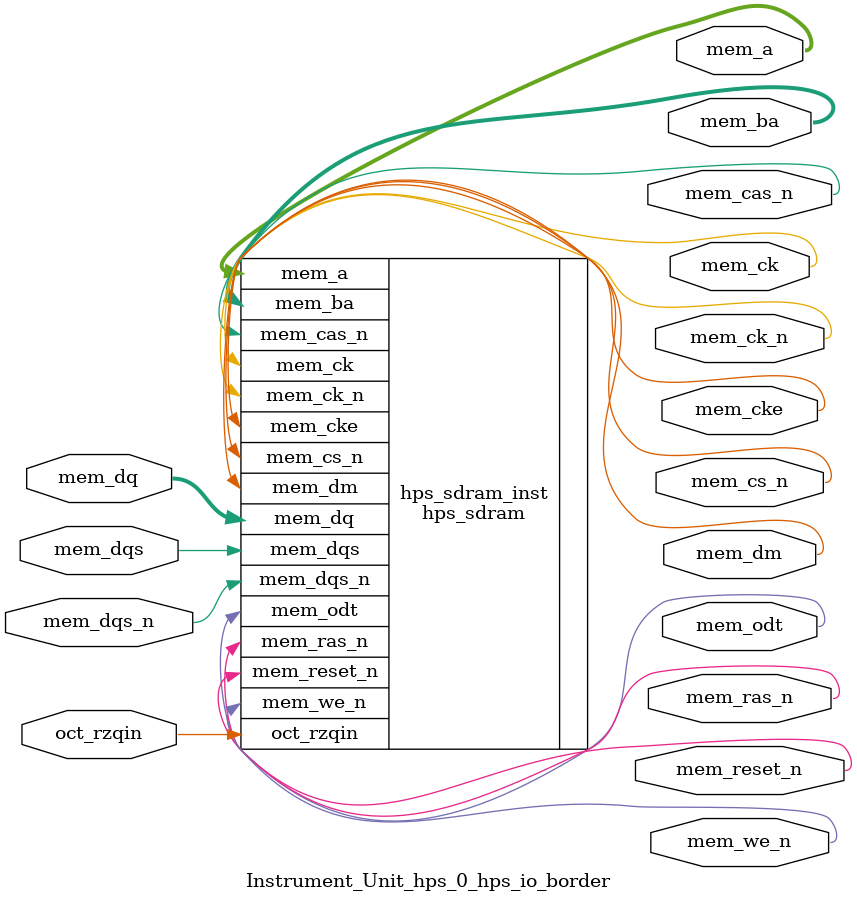
<source format=sv>


module Instrument_Unit_hps_0_hps_io_border(
// memory
  output wire [13 - 1 : 0 ] mem_a
 ,output wire [3 - 1 : 0 ] mem_ba
 ,output wire [1 - 1 : 0 ] mem_ck
 ,output wire [1 - 1 : 0 ] mem_ck_n
 ,output wire [1 - 1 : 0 ] mem_cke
 ,output wire [1 - 1 : 0 ] mem_cs_n
 ,output wire [1 - 1 : 0 ] mem_ras_n
 ,output wire [1 - 1 : 0 ] mem_cas_n
 ,output wire [1 - 1 : 0 ] mem_we_n
 ,output wire [1 - 1 : 0 ] mem_reset_n
 ,inout wire [8 - 1 : 0 ] mem_dq
 ,inout wire [1 - 1 : 0 ] mem_dqs
 ,inout wire [1 - 1 : 0 ] mem_dqs_n
 ,output wire [1 - 1 : 0 ] mem_odt
 ,output wire [1 - 1 : 0 ] mem_dm
 ,input wire [1 - 1 : 0 ] oct_rzqin
);


hps_sdram hps_sdram_inst(
 .mem_dq({
    mem_dq[7:0] // 7:0
  })
,.mem_odt({
    mem_odt[0:0] // 0:0
  })
,.mem_ras_n({
    mem_ras_n[0:0] // 0:0
  })
,.mem_dqs_n({
    mem_dqs_n[0:0] // 0:0
  })
,.mem_dqs({
    mem_dqs[0:0] // 0:0
  })
,.mem_dm({
    mem_dm[0:0] // 0:0
  })
,.mem_we_n({
    mem_we_n[0:0] // 0:0
  })
,.mem_cas_n({
    mem_cas_n[0:0] // 0:0
  })
,.mem_ba({
    mem_ba[2:0] // 2:0
  })
,.mem_a({
    mem_a[12:0] // 12:0
  })
,.mem_cs_n({
    mem_cs_n[0:0] // 0:0
  })
,.mem_ck({
    mem_ck[0:0] // 0:0
  })
,.mem_cke({
    mem_cke[0:0] // 0:0
  })
,.oct_rzqin({
    oct_rzqin[0:0] // 0:0
  })
,.mem_reset_n({
    mem_reset_n[0:0] // 0:0
  })
,.mem_ck_n({
    mem_ck_n[0:0] // 0:0
  })
);

endmodule


</source>
